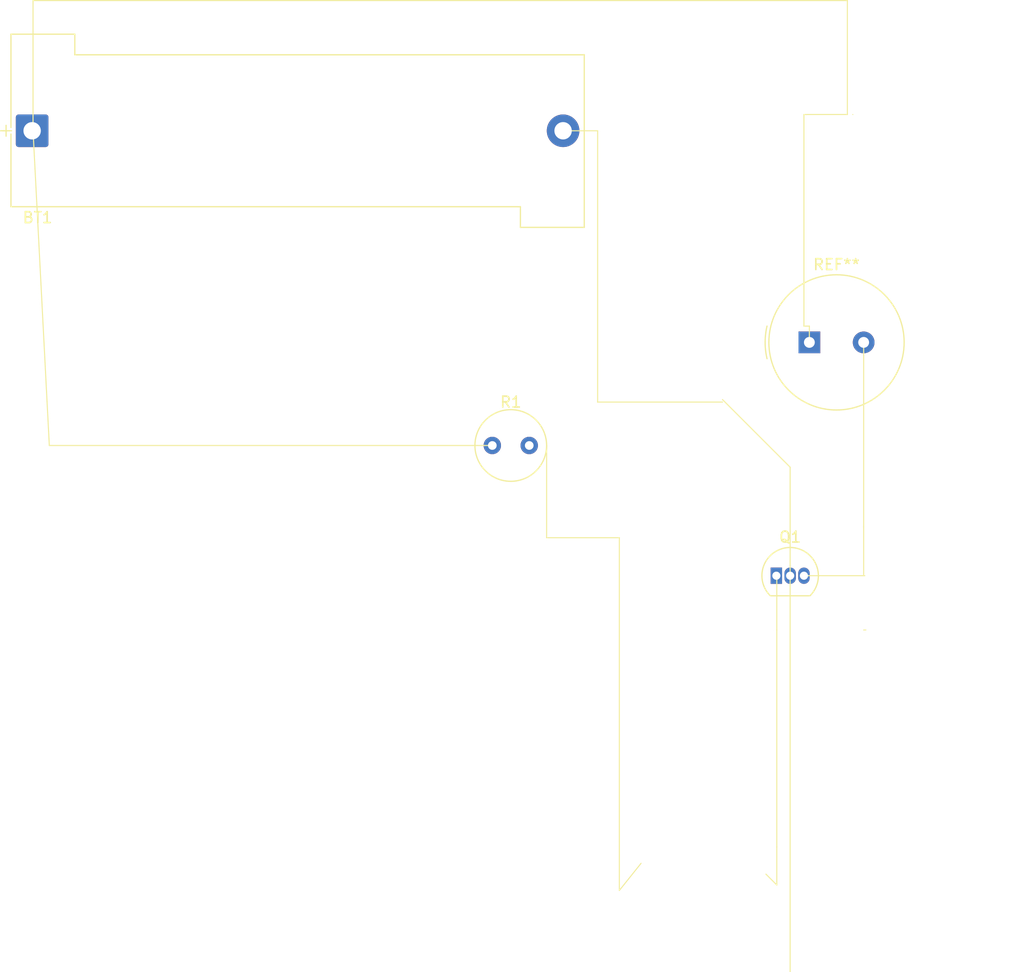
<source format=kicad_pcb>
(kicad_pcb (version 20241229) (generator "pcbnew") (generator_version "9.0")
  (layers (0 "F.Cu" signal) (2 "B.Cu" signal) (13 "F.Paste" user) (15 "B.Paste" user) (5 "F.SilkS" user "F.Silkscreen") (7 "B.SilkS" user "B.Silkscreen") (1 "F.Mask" user) (3 "B.Mask" user) (25 "Edge.Cuts" user))
  (net 0 "")
  (net 1 "Earth")
  (net 2 "Net-(BT1-+)")
  (net 3 "Net-(BZ1--)")
  (footprint "Battery:BatteryHolder_Bulgin_BX0034_1xAAA" (layer "F.Cu") (at 91.9175 88)
    (property "Reference" "BT1" (at 0.5 8 0) (layer "F.SilkS"))
    (property "Value" "12v")
    (fp_line (start -2.4 -0.5) (end -2.4 0.5) (stroke (width 0.12)) (layer "F.SilkS"))
    (fp_line (start -1.95 -0.3) (end -1.95 -8.9) (stroke (width 0.12)) (layer "F.SilkS"))
    (fp_line (start -1.95 7) (end -1.95 0.3) (stroke (width 0.12)) (layer "F.SilkS"))
    (fp_line (start -1.95 7) (end 44.97 7) (stroke (width 0.12)) (layer "F.SilkS"))
    (fp_line (start -1.9 0) (end -2.9 0) (stroke (width 0.12)) (layer "F.SilkS"))
    (fp_line (start 3.93 -8.9) (end -1.95 -8.9) (stroke (width 0.12)) (layer "F.SilkS"))
    (fp_line (start 3.93 -8.9) (end 3.93 -7) (stroke (width 0.12)) (layer "F.SilkS"))
    (fp_line (start 44.97 8.9) (end 44.97 7) (stroke (width 0.12)) (layer "F.SilkS"))
    (fp_line (start 44.97 8.9) (end 50.85 8.9) (stroke (width 0.12)) (layer "F.SilkS"))
    (fp_line (start 50.85 -7) (end 3.93 -7) (stroke (width 0.12)) (layer "F.SilkS"))
    (fp_line (start 50.85 -7) (end 50.85 8.9) (stroke (width 0.12)) (layer "F.SilkS"))
    (pad "" np_thru_hole circle (at 10.5 0) (size 3.2 3.2) (drill 3.2) (layers "*.Cu" "*.Mask"))
    (pad "" np_thru_hole circle (at 38.4 0) (size 3.2 3.2) (drill 3.2) (layers "*.Cu" "*.Mask"))
    (pad "1" thru_hole roundrect (at 0 0) (size 3 3) (drill 1.6) (layers "*.Cu" "*.Mask") (roundrect_rratio 0.08333333333) (net 2 "Net-(BT1-+)"))
    (pad "2" thru_hole circle (at 48.9 0) (size 3 3) (drill 1.6) (layers "*.Cu" "*.Mask") (net 1 "Earth"))
  )
  (footprint "Package_TO_SOT_THT:TO-92_Inline" (layer "F.Cu") (at 160.46 129)
    (property "Reference" "Q1" (at 1.27 -3.56 0) (layer "F.SilkS"))
    (property "Value" "2N3904")
    (fp_line (start -0.53 1.85) (end 3.07 1.85) (stroke (width 0.12)) (layer "F.SilkS"))
    (fp_arc (start -0.568478 1.838478) (mid -1.132087 -0.994977) (end 1.27 -2.6) (stroke (width 0.12)) (layer "F.SilkS"))
    (fp_arc (start 1.27 -2.6) (mid 3.672087 -0.994977) (end 3.108478 1.838478) (stroke (width 0.12)) (layer "F.SilkS"))
    (pad "1" thru_hole rect (at 0 0) (size 1.05 1.5) (drill 0.75) (layers "*.Cu" "*.Mask") (net 1 "Earth"))
    (pad "2" thru_hole oval (at 1.27 0) (size 1.05 1.5) (drill 0.75) (layers "*.Cu" "*.Mask"))
    (pad "3" thru_hole oval (at 2.54 0) (size 1.05 1.5) (drill 0.75) (layers "*.Cu" "*.Mask") (net 3 "Net-(BZ1--)"))
  )
  (footprint "OptoDevice:R_LDR_D6.4mm_P3.4mm_Vertical" (layer "F.Cu") (at 134.3 117)
    (property "Reference" "R1" (at 1.7 -4 0) (layer "F.SilkS"))
    (property "Value" "100k")
    (fp_circle (center 1.7 0) (end 5 -0.1) (stroke (width 0.12)) (fill no) (layer "F.SilkS"))
    (pad "1" thru_hole circle (at 0 0) (size 1.6 1.6) (drill 0.8) (layers "*.Cu" "*.Mask") (net 2 "Net-(BT1-+)"))
    (pad "2" thru_hole circle (at 3.4 0) (size 1.6 1.6) (drill 0.8) (layers "*.Cu" "*.Mask"))
  )
  (footprint "Buzzer_Beeper:Buzzer_TDK_PS1240P02BT_D12.2mm_H6.5mm" (layer "F.Cu") (at 163.5 107.5)
    (property "Reference" "REF**" (at 2.5 -7.17 0) (layer "F.SilkS"))
    (property "Value" "Buzzer_TDK_PS1240P02BT_D12.2mm_H6.5mm")
    (fp_arc (start -3.9 1.499999) (mid -4.073431 0) (end -3.9 -1.5) (stroke (width 0.12)) (layer "F.SilkS"))
    (fp_circle (center 2.5 0) (end 8.73 0) (stroke (width 0.12)) (fill no) (layer "F.SilkS"))
    (pad "1" thru_hole rect (at 0 0) (size 2 2) (drill 1) (layers "*.Cu" "*.Mask"))
    (pad "2" thru_hole circle (at 5 0) (size 2 2) (drill 1) (layers "*.Cu" "*.Mask"))
  )
  (gr_line (start 161.73 129) (end 161.73 165.5) (stroke (width 0.1)) (layer "F.SilkS"))
  (gr_line (start 160.5 157.5) (end 159.5 156.5) (stroke (width 0.1)) (layer "F.SilkS"))
  (gr_line (start 167 76) (end 167 86.5) (stroke (width 0.1)) (layer "F.SilkS"))
  (gr_line (start 163 106) (end 163.5 106) (stroke (width 0.1)) (layer "F.SilkS"))
  (gr_line (start 163.5 106) (end 163.5 107.5) (stroke (width 0.1)) (layer "F.SilkS"))
  (gr_line (start 163 129) (end 168.595745 129) (stroke (width 0.1)) (layer "F.SilkS"))
  (gr_line (start 160.5 154) (end 160.5 157.5) (stroke (width 0.1)) (layer "F.SilkS"))
  (gr_line (start 168.5 107.5) (end 168.5 124.5) (stroke (width 0.1)) (layer "F.SilkS"))
  (gr_line (start 144 113) (end 155.5 113) (stroke (width 0.1)) (layer "F.SilkS"))
  (gr_line (start 160.5 134) (end 160.5 154) (stroke (width 0.1)) (layer "F.SilkS"))
  (gr_line (start 134.5 117) (end 93.5 117) (stroke (width 0.1)) (layer "F.SilkS"))
  (gr_line (start 161.73 129) (end 161.73 119) (stroke (width 0.1)) (layer "F.SilkS"))
  (gr_line (start 168.5 129) (end 168.595745 129) (stroke (width 0.1)) (layer "F.SilkS"))
  (gr_line (start 163 86.5) (end 163 106) (stroke (width 0.1)) (layer "F.SilkS"))
  (gr_line (start 141 88) (end 144 88) (stroke (width 0.1)) (layer "F.SilkS"))
  (gr_line (start 167 86.5) (end 163 86.5) (stroke (width 0.1)) (layer "F.SilkS"))
  (gr_line (start 146 158) (end 148 155.5) (stroke (width 0.1)) (layer "F.SilkS"))
  (gr_line (start 167 86.5) (end 167 86.5) (stroke (width 0.1)) (layer "F.SilkS"))
  (gr_line (start 92 76) (end 167 76) (stroke (width 0.1)) (layer "F.SilkS"))
  (gr_line (start 167.5 86.5) (end 167.5 86.5) (stroke (width 0.1)) (layer "F.SilkS"))
  (gr_line (start 146 125.5) (end 146 158) (stroke (width 0.1)) (layer "F.SilkS"))
  (gr_line (start 168.5 134) (end 168.702128 134) (stroke (width 0.1)) (layer "F.SilkS"))
  (gr_line (start 92 88) (end 92 76) (stroke (width 0.1)) (layer "F.SilkS"))
  (gr_line (start 93.5 117) (end 92 88) (stroke (width 0.1)) (layer "F.SilkS"))
  (gr_line (start 161.73 119) (end 155.5 112.77) (stroke (width 0.1)) (layer "F.SilkS"))
  (gr_line (start 144 88) (end 144 113) (stroke (width 0.1)) (layer "F.SilkS"))
  (gr_line (start 139.301515 125.5) (end 146 125.5) (stroke (width 0.1)) (layer "F.SilkS"))
  (gr_line (start 139.301515 117) (end 139.301515 125.5) (stroke (width 0.1)) (layer "F.SilkS"))
  (gr_line (start 160.5 129) (end 160.5 134) (stroke (width 0.1)) (layer "F.SilkS"))
  (gr_line (start 168.5 129) (end 168.5 124.5) (stroke (width 0.1)) (layer "F.SilkS"))
)
</source>
